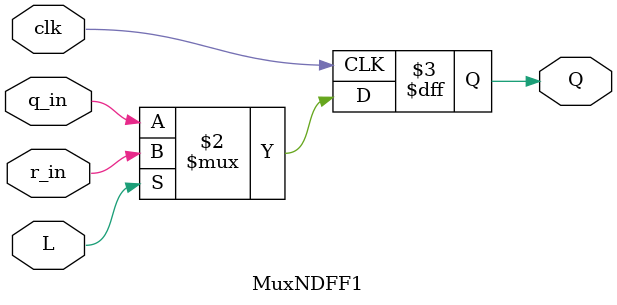
<source format=v>
module MuxNDFF1 (
    input clk,
	input L,
	input r_in,
	input q_in,
	output reg Q
);
    //seq
    always @(posedge clk) begin
        Q <= L ? r_in : q_in;
    end
endmodule
</source>
